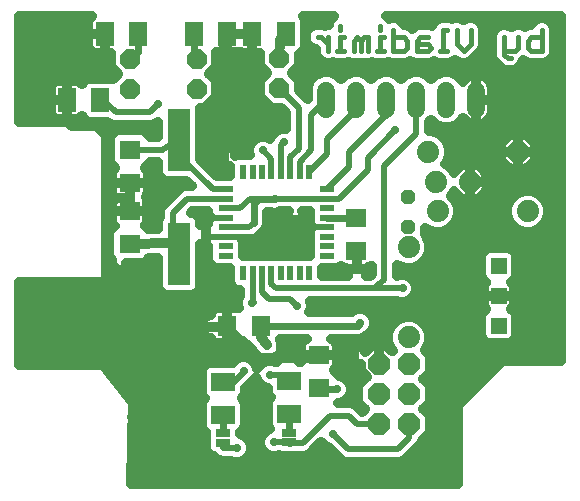
<source format=gbl>
G75*
%MOIN*%
%OFA0B0*%
%FSLAX25Y25*%
%IPPOS*%
%LPD*%
%AMOC8*
5,1,8,0,0,1.08239X$1,22.5*
%
%ADD10C,0.01500*%
%ADD11C,0.07400*%
%ADD12R,0.07087X0.06299*%
%ADD13R,0.06299X0.07087*%
%ADD14OC8,0.07400*%
%ADD15OC8,0.06600*%
%ADD16C,0.06000*%
%ADD17R,0.07600X0.21000*%
%ADD18R,0.06299X0.07874*%
%ADD19OC8,0.04800*%
%ADD20R,0.07874X0.06299*%
%ADD21R,0.05000X0.02500*%
%ADD22R,0.05315X0.05315*%
%ADD23R,0.05000X0.02200*%
%ADD24R,0.02200X0.05000*%
%ADD25C,0.02000*%
%ADD26C,0.02756*%
%ADD27C,0.03200*%
%ADD28C,0.02400*%
D10*
X0109180Y0150643D02*
X0109180Y0155380D01*
X0106812Y0155380D02*
X0109180Y0153011D01*
X0106812Y0155380D02*
X0105627Y0155380D01*
X0113275Y0155380D02*
X0113275Y0150643D01*
X0112091Y0150643D02*
X0114460Y0150643D01*
X0117641Y0150643D02*
X0117641Y0154196D01*
X0118825Y0155380D01*
X0120010Y0154196D01*
X0120010Y0150643D01*
X0122378Y0150643D02*
X0122378Y0155380D01*
X0121194Y0155380D01*
X0120010Y0154196D01*
X0114460Y0155380D02*
X0113275Y0155380D01*
X0113275Y0157749D02*
X0113275Y0158933D01*
X0126473Y0158933D02*
X0126473Y0157749D01*
X0126473Y0155380D02*
X0126473Y0150643D01*
X0127657Y0150643D02*
X0125289Y0150643D01*
X0130839Y0150643D02*
X0134392Y0150643D01*
X0135576Y0151827D01*
X0135576Y0154196D01*
X0134392Y0155380D01*
X0130839Y0155380D01*
X0130839Y0157749D02*
X0130839Y0150643D01*
X0127657Y0155380D02*
X0126473Y0155380D01*
X0138758Y0154196D02*
X0138758Y0150643D01*
X0142311Y0150643D01*
X0143495Y0151827D01*
X0142311Y0153011D01*
X0138758Y0153011D01*
X0138758Y0154196D02*
X0139942Y0155380D01*
X0142311Y0155380D01*
X0147590Y0157749D02*
X0147590Y0150643D01*
X0148774Y0150643D02*
X0146405Y0150643D01*
X0151956Y0153011D02*
X0151956Y0157749D01*
X0148774Y0157749D02*
X0147590Y0157749D01*
X0151956Y0153011D02*
X0154324Y0150643D01*
X0156693Y0153011D01*
X0156693Y0157749D01*
X0167793Y0155380D02*
X0167793Y0149458D01*
X0168977Y0148274D01*
X0170162Y0148274D01*
X0171346Y0150643D02*
X0167793Y0150643D01*
X0171346Y0150643D02*
X0172530Y0151827D01*
X0172530Y0155380D01*
X0175712Y0154196D02*
X0175712Y0151827D01*
X0176896Y0150643D01*
X0180449Y0150643D01*
X0180449Y0157749D01*
X0180449Y0155380D02*
X0176896Y0155380D01*
X0175712Y0154196D01*
D11*
X0172447Y0117077D03*
X0156374Y0107011D03*
X0144974Y0107011D03*
X0145694Y0097270D03*
X0136027Y0085225D03*
X0136027Y0055225D03*
X0175694Y0097270D03*
X0142447Y0117077D03*
D12*
X0118481Y0095067D03*
X0118481Y0084044D03*
X0106102Y0049248D03*
X0106102Y0038225D03*
X0043006Y0086369D03*
X0043006Y0097393D03*
X0043083Y0106833D03*
X0043083Y0117856D03*
D13*
X0075610Y0059160D03*
X0086634Y0059160D03*
D14*
X0126160Y0046391D03*
X0136160Y0046391D03*
X0136160Y0036391D03*
X0126160Y0036391D03*
X0126160Y0026391D03*
X0136160Y0026391D03*
D15*
X0092860Y0138249D03*
X0092860Y0148249D03*
X0065373Y0148201D03*
X0065373Y0138201D03*
X0043164Y0137965D03*
X0043164Y0147965D03*
D16*
X0108530Y0137442D02*
X0108530Y0131442D01*
X0118530Y0131442D02*
X0118530Y0137442D01*
X0128530Y0137442D02*
X0128530Y0131442D01*
X0138530Y0131442D02*
X0138530Y0137442D01*
X0148530Y0137442D02*
X0148530Y0131442D01*
X0158530Y0131442D02*
X0158530Y0137442D01*
D17*
X0059463Y0121114D03*
X0059463Y0083114D03*
D18*
X0033228Y0134331D03*
X0022204Y0134331D03*
X0034777Y0156409D03*
X0045801Y0156409D03*
X0064297Y0156528D03*
X0075320Y0156528D03*
X0083923Y0156493D03*
X0094947Y0156493D03*
D19*
X0135832Y0101902D03*
X0135832Y0091902D03*
D20*
X0096200Y0040805D03*
X0096200Y0029782D03*
X0074194Y0029453D03*
X0074194Y0040477D03*
D21*
X0074127Y0023255D03*
X0074127Y0020012D03*
X0096165Y0020260D03*
X0096165Y0023503D03*
D22*
X0166076Y0059091D03*
X0166076Y0069091D03*
X0166076Y0079091D03*
D23*
X0108753Y0082535D03*
X0108753Y0085685D03*
X0108753Y0088834D03*
X0108753Y0091984D03*
X0108753Y0095134D03*
X0108753Y0098283D03*
X0108753Y0101433D03*
X0108753Y0104582D03*
X0074953Y0104582D03*
X0074953Y0101433D03*
X0074953Y0098283D03*
X0074953Y0095134D03*
X0074953Y0091984D03*
X0074953Y0088834D03*
X0074953Y0085685D03*
X0074953Y0082535D03*
D24*
X0080830Y0076659D03*
X0083979Y0076659D03*
X0087129Y0076659D03*
X0090278Y0076659D03*
X0093428Y0076659D03*
X0096578Y0076659D03*
X0099727Y0076659D03*
X0102877Y0076659D03*
X0102877Y0110459D03*
X0099727Y0110459D03*
X0096578Y0110459D03*
X0093428Y0110459D03*
X0090278Y0110459D03*
X0087129Y0110459D03*
X0083979Y0110459D03*
X0080830Y0110459D03*
D25*
X0074953Y0104582D02*
X0070615Y0104582D01*
X0060535Y0114662D01*
X0059463Y0121114D02*
X0053944Y0117856D01*
X0043083Y0117856D01*
X0038349Y0130246D02*
X0049638Y0130246D01*
X0052379Y0132987D01*
X0038349Y0130246D02*
X0034265Y0134331D01*
X0033228Y0134331D01*
X0035601Y0131958D01*
X0062032Y0101433D02*
X0057404Y0096805D01*
X0057404Y0087355D01*
X0068401Y0089476D02*
X0069043Y0088834D01*
X0074953Y0088834D01*
X0094752Y0088834D01*
X0098337Y0092420D01*
X0098337Y0094215D01*
X0100568Y0091984D01*
X0108753Y0091984D01*
X0108753Y0101433D02*
X0112842Y0101433D01*
X0122306Y0110897D01*
X0122306Y0115154D01*
X0131363Y0124210D01*
X0128530Y0129475D02*
X0116072Y0117018D01*
X0116072Y0111902D01*
X0108753Y0104582D01*
X0108753Y0101433D02*
X0091423Y0101433D01*
X0083051Y0101449D02*
X0079885Y0098283D01*
X0074953Y0098283D01*
X0074953Y0095134D02*
X0070268Y0095134D01*
X0068465Y0093330D01*
X0068465Y0089540D01*
X0068401Y0089476D01*
X0074953Y0091984D02*
X0082832Y0091984D01*
X0084294Y0093445D01*
X0074953Y0101433D02*
X0062032Y0101433D01*
X0087455Y0117551D02*
X0090278Y0114728D01*
X0090278Y0110459D01*
X0093428Y0110459D02*
X0093428Y0119296D01*
X0094393Y0120261D01*
X0099334Y0118054D02*
X0096578Y0115298D01*
X0096578Y0110459D01*
X0099727Y0110459D02*
X0099727Y0113761D01*
X0103546Y0117580D01*
X0103546Y0129459D01*
X0108530Y0134442D01*
X0099334Y0131742D02*
X0092860Y0138249D01*
X0099334Y0131742D02*
X0099334Y0118054D01*
X0102877Y0110459D02*
X0108781Y0116363D01*
X0108781Y0121237D01*
X0118530Y0130986D01*
X0138530Y0134442D02*
X0138530Y0123178D01*
X0127840Y0112488D01*
X0127840Y0074279D01*
X0124457Y0071598D01*
X0133978Y0071598D01*
X0133999Y0071578D01*
X0124457Y0071598D02*
X0091753Y0071598D01*
X0090278Y0073073D01*
X0090278Y0076659D01*
X0087129Y0076659D02*
X0087129Y0070511D01*
X0089522Y0068118D01*
X0096299Y0068118D01*
X0098740Y0065677D01*
X0083979Y0067015D02*
X0083979Y0076659D01*
X0089693Y0042815D02*
X0094165Y0042841D01*
X0096200Y0040805D01*
X0109739Y0029106D02*
X0100696Y0020063D01*
X0096362Y0020063D01*
X0096165Y0020260D02*
X0091047Y0020260D01*
X0078754Y0018368D02*
X0074127Y0018401D01*
X0074127Y0020012D01*
X0109739Y0029106D02*
X0116024Y0029106D01*
X0118815Y0026315D01*
X0126084Y0026315D01*
X0132414Y0017982D02*
X0136160Y0021729D01*
X0136160Y0026391D01*
X0132414Y0017982D02*
X0115720Y0017982D01*
X0110699Y0023003D01*
D26*
X0110699Y0023003D03*
X0112099Y0037884D03*
X0117835Y0049248D03*
X0119836Y0060034D03*
X0133999Y0071578D03*
X0118720Y0078151D03*
X0098740Y0065677D03*
X0083779Y0066814D03*
X0070220Y0058821D03*
X0080971Y0043994D03*
X0089693Y0042815D03*
X0095702Y0048246D03*
X0088656Y0052614D03*
X0063214Y0035312D03*
X0078754Y0018368D03*
X0091035Y0020248D03*
X0151126Y0039881D03*
X0149896Y0077798D03*
X0131288Y0124210D03*
X0098337Y0094215D03*
X0091423Y0101433D03*
X0087455Y0117551D03*
X0094393Y0120261D03*
X0074390Y0115493D03*
X0052379Y0132987D03*
X0022243Y0148323D03*
X0068401Y0089476D03*
X0038784Y0077635D03*
D27*
X0040318Y0038214D02*
X0060790Y0038214D01*
X0060813Y0038237D02*
X0060289Y0037712D01*
X0059877Y0037096D01*
X0059593Y0036410D01*
X0059448Y0035683D01*
X0059448Y0035312D01*
X0059448Y0034941D01*
X0059593Y0034214D01*
X0059877Y0033529D01*
X0060289Y0032912D01*
X0060813Y0032387D01*
X0061430Y0031975D01*
X0062115Y0031691D01*
X0062843Y0031547D01*
X0063214Y0031547D01*
X0063585Y0031547D01*
X0064312Y0031691D01*
X0064997Y0031975D01*
X0065614Y0032387D01*
X0066138Y0032912D01*
X0066550Y0033529D01*
X0066834Y0034214D01*
X0066979Y0034941D01*
X0066979Y0035312D01*
X0063214Y0035312D01*
X0063214Y0035312D01*
X0066979Y0035312D01*
X0066979Y0035683D01*
X0066834Y0036410D01*
X0066550Y0037096D01*
X0066138Y0037712D01*
X0065614Y0038237D01*
X0064997Y0038649D01*
X0064312Y0038933D01*
X0063585Y0039077D01*
X0063214Y0039077D01*
X0063214Y0035312D01*
X0063214Y0031547D01*
X0063214Y0035312D01*
X0063214Y0035312D01*
X0063214Y0035312D01*
X0059448Y0035312D01*
X0063214Y0035312D01*
X0063214Y0035312D01*
X0063214Y0039077D01*
X0062843Y0039077D01*
X0062115Y0038933D01*
X0061430Y0038649D01*
X0060813Y0038237D01*
X0063214Y0038214D02*
X0063214Y0038214D01*
X0065637Y0038214D02*
X0067057Y0038214D01*
X0067057Y0036691D02*
X0067544Y0035515D01*
X0068094Y0034965D01*
X0067544Y0034415D01*
X0067057Y0033239D01*
X0067057Y0025667D01*
X0067544Y0024491D01*
X0068427Y0023608D01*
X0068427Y0018125D01*
X0068915Y0016949D01*
X0069815Y0016049D01*
X0070991Y0015562D01*
X0071027Y0015562D01*
X0071147Y0015442D01*
X0071723Y0014857D01*
X0071737Y0014851D01*
X0071748Y0014840D01*
X0072506Y0014526D01*
X0073262Y0014207D01*
X0073278Y0014207D01*
X0073292Y0014201D01*
X0074112Y0014201D01*
X0076899Y0014181D01*
X0077844Y0013790D01*
X0079665Y0013790D01*
X0081347Y0014487D01*
X0082635Y0015775D01*
X0083332Y0017457D01*
X0083332Y0019278D01*
X0082635Y0020961D01*
X0081347Y0022249D01*
X0079827Y0022878D01*
X0079827Y0023543D01*
X0079944Y0023591D01*
X0080844Y0024491D01*
X0081331Y0025667D01*
X0081331Y0033239D01*
X0080844Y0034415D01*
X0080294Y0034965D01*
X0080844Y0035515D01*
X0081331Y0036691D01*
X0081331Y0038132D01*
X0083135Y0039935D01*
X0083564Y0040113D01*
X0084852Y0041401D01*
X0085115Y0042037D01*
X0085115Y0041904D01*
X0085812Y0040221D01*
X0087100Y0038934D01*
X0088783Y0038237D01*
X0089063Y0038237D01*
X0089063Y0037019D01*
X0089550Y0035843D01*
X0090100Y0035294D01*
X0089550Y0034744D01*
X0089063Y0033568D01*
X0089063Y0025996D01*
X0089550Y0024820D01*
X0089714Y0024656D01*
X0088441Y0024129D01*
X0087154Y0022841D01*
X0086457Y0021159D01*
X0086457Y0019337D01*
X0087154Y0017655D01*
X0088441Y0016367D01*
X0090124Y0015670D01*
X0091945Y0015670D01*
X0092656Y0015964D01*
X0093029Y0015810D01*
X0094876Y0015810D01*
X0095131Y0015663D01*
X0097238Y0015663D01*
X0097593Y0015810D01*
X0099302Y0015810D01*
X0099429Y0015863D01*
X0101532Y0015863D01*
X0103075Y0016502D01*
X0104257Y0017684D01*
X0106901Y0020327D01*
X0108106Y0019122D01*
X0109019Y0018744D01*
X0112160Y0015603D01*
X0113341Y0014422D01*
X0114885Y0013782D01*
X0133249Y0013782D01*
X0134793Y0014422D01*
X0138539Y0018168D01*
X0139721Y0019350D01*
X0140318Y0020791D01*
X0143060Y0023533D01*
X0143060Y0029249D01*
X0140918Y0031391D01*
X0143060Y0033533D01*
X0143060Y0039249D01*
X0140918Y0041391D01*
X0143060Y0043533D01*
X0143060Y0049249D01*
X0141434Y0050875D01*
X0141876Y0051317D01*
X0142927Y0053853D01*
X0142927Y0056598D01*
X0141876Y0059134D01*
X0139935Y0061075D01*
X0137399Y0062125D01*
X0134654Y0062125D01*
X0132118Y0061075D01*
X0130177Y0059134D01*
X0129127Y0056598D01*
X0129127Y0053853D01*
X0130177Y0051317D01*
X0130752Y0050741D01*
X0130586Y0050575D01*
X0128682Y0052479D01*
X0126160Y0052479D01*
X0123639Y0052479D01*
X0121464Y0050304D01*
X0121456Y0050347D01*
X0121172Y0051032D01*
X0120760Y0051648D01*
X0120236Y0052173D01*
X0119619Y0052585D01*
X0118934Y0052869D01*
X0118206Y0053014D01*
X0117835Y0053014D01*
X0117465Y0053014D01*
X0116737Y0052869D01*
X0116052Y0052585D01*
X0115435Y0052173D01*
X0114911Y0051648D01*
X0114499Y0051032D01*
X0114215Y0050347D01*
X0114070Y0049619D01*
X0114070Y0049248D01*
X0114070Y0048877D01*
X0114215Y0048150D01*
X0114499Y0047465D01*
X0114911Y0046848D01*
X0115435Y0046323D01*
X0116052Y0045911D01*
X0116737Y0045628D01*
X0117465Y0045483D01*
X0117835Y0045483D01*
X0117835Y0049248D01*
X0114070Y0049248D01*
X0117835Y0049248D01*
X0117835Y0049248D01*
X0117835Y0049248D01*
X0106102Y0049248D01*
X0106102Y0049248D01*
X0112032Y0049248D01*
X0112032Y0045863D01*
X0111941Y0045402D01*
X0111761Y0044968D01*
X0111499Y0044577D01*
X0111167Y0044244D01*
X0111133Y0044222D01*
X0111458Y0044087D01*
X0112358Y0043187D01*
X0112658Y0042462D01*
X0113010Y0042462D01*
X0114692Y0041765D01*
X0115980Y0040477D01*
X0116677Y0038795D01*
X0116677Y0036973D01*
X0115980Y0035291D01*
X0114692Y0034003D01*
X0113010Y0033306D01*
X0112376Y0033306D01*
X0112376Y0033306D01*
X0116859Y0033306D01*
X0118403Y0032666D01*
X0120540Y0030529D01*
X0121402Y0031391D01*
X0119260Y0033533D01*
X0119260Y0039249D01*
X0121977Y0041966D01*
X0120073Y0043870D01*
X0120073Y0046215D01*
X0119619Y0045911D01*
X0118934Y0045628D01*
X0118206Y0045483D01*
X0117835Y0045483D01*
X0117835Y0049248D01*
X0117835Y0053014D01*
X0117835Y0049248D01*
X0117835Y0049248D01*
X0117835Y0047809D02*
X0117835Y0047809D01*
X0117835Y0051008D02*
X0117835Y0051008D01*
X0121182Y0051008D02*
X0122168Y0051008D01*
X0126160Y0051008D02*
X0126160Y0051008D01*
X0126160Y0052479D02*
X0126160Y0046391D01*
X0126160Y0046391D01*
X0126160Y0052479D01*
X0129127Y0054206D02*
X0111213Y0054206D01*
X0111167Y0054252D02*
X0110776Y0054513D01*
X0110341Y0054693D01*
X0110006Y0054760D01*
X0119837Y0054760D01*
X0121455Y0055430D01*
X0121999Y0055975D01*
X0122429Y0056153D01*
X0123717Y0057440D01*
X0124414Y0059123D01*
X0124414Y0060944D01*
X0123717Y0062627D01*
X0122429Y0063915D01*
X0120746Y0064612D01*
X0118925Y0064612D01*
X0117242Y0063915D01*
X0116888Y0063560D01*
X0102818Y0063560D01*
X0103318Y0064766D01*
X0103318Y0066587D01*
X0102982Y0067398D01*
X0124214Y0067398D01*
X0124804Y0067330D01*
X0125043Y0067398D01*
X0132126Y0067398D01*
X0133089Y0067000D01*
X0134910Y0067000D01*
X0136592Y0067697D01*
X0137880Y0068985D01*
X0138577Y0070667D01*
X0138577Y0072488D01*
X0137880Y0074171D01*
X0136592Y0075459D01*
X0134910Y0076156D01*
X0133089Y0076156D01*
X0132226Y0075798D01*
X0132040Y0075798D01*
X0132040Y0079454D01*
X0132118Y0079376D01*
X0134654Y0078325D01*
X0137399Y0078325D01*
X0139935Y0079376D01*
X0141876Y0081317D01*
X0142927Y0083853D01*
X0142927Y0086598D01*
X0141876Y0089134D01*
X0141430Y0089580D01*
X0141432Y0089582D01*
X0141432Y0091773D01*
X0141785Y0091420D01*
X0144321Y0090370D01*
X0147066Y0090370D01*
X0149602Y0091420D01*
X0151543Y0093361D01*
X0152594Y0095897D01*
X0152594Y0098642D01*
X0151543Y0101178D01*
X0150222Y0102500D01*
X0150824Y0103102D01*
X0151142Y0103871D01*
X0151168Y0103820D01*
X0151731Y0103045D01*
X0152409Y0102367D01*
X0153184Y0101804D01*
X0154038Y0101369D01*
X0154949Y0101073D01*
X0155895Y0100923D01*
X0156374Y0100923D01*
X0156374Y0107010D01*
X0156374Y0107010D01*
X0156374Y0100923D01*
X0156853Y0100923D01*
X0157800Y0101073D01*
X0158711Y0101369D01*
X0159565Y0101804D01*
X0160340Y0102367D01*
X0161018Y0103045D01*
X0161581Y0103820D01*
X0162016Y0104674D01*
X0162312Y0105585D01*
X0162462Y0106531D01*
X0162462Y0107011D01*
X0162462Y0107490D01*
X0162312Y0108436D01*
X0162016Y0109347D01*
X0161581Y0110201D01*
X0161018Y0110976D01*
X0160340Y0111654D01*
X0159565Y0112217D01*
X0158711Y0112652D01*
X0157800Y0112948D01*
X0156853Y0113098D01*
X0156374Y0113098D01*
X0156374Y0107011D01*
X0156374Y0107011D01*
X0156374Y0113098D01*
X0155895Y0113098D01*
X0154949Y0112948D01*
X0154038Y0112652D01*
X0153184Y0112217D01*
X0152409Y0111654D01*
X0151731Y0110976D01*
X0151168Y0110201D01*
X0151142Y0110151D01*
X0150824Y0110919D01*
X0148883Y0112860D01*
X0148250Y0113122D01*
X0148296Y0113168D01*
X0149347Y0115704D01*
X0149347Y0118449D01*
X0148296Y0120985D01*
X0146355Y0122926D01*
X0143819Y0123977D01*
X0142730Y0123977D01*
X0142730Y0126874D01*
X0143530Y0127674D01*
X0145018Y0126186D01*
X0147296Y0125242D01*
X0149763Y0125242D01*
X0152042Y0126186D01*
X0153786Y0127930D01*
X0154017Y0128488D01*
X0154420Y0127933D01*
X0155020Y0127333D01*
X0155706Y0126835D01*
X0156462Y0126450D01*
X0157268Y0126188D01*
X0158106Y0126055D01*
X0158530Y0126055D01*
X0158954Y0126055D01*
X0159791Y0126188D01*
X0160598Y0126450D01*
X0161353Y0126835D01*
X0162039Y0127333D01*
X0162639Y0127933D01*
X0163137Y0128619D01*
X0163522Y0129374D01*
X0163784Y0130181D01*
X0163917Y0131018D01*
X0163917Y0134442D01*
X0158530Y0134442D01*
X0158530Y0126055D01*
X0158530Y0134442D01*
X0158530Y0134442D01*
X0158530Y0134442D01*
X0163917Y0134442D01*
X0163917Y0137866D01*
X0163784Y0138704D01*
X0163522Y0139510D01*
X0163137Y0140266D01*
X0162639Y0140952D01*
X0162039Y0141552D01*
X0161353Y0142050D01*
X0160598Y0142435D01*
X0159791Y0142697D01*
X0158954Y0142830D01*
X0158530Y0142830D01*
X0158530Y0134443D01*
X0158530Y0134443D01*
X0158530Y0142830D01*
X0158106Y0142830D01*
X0157268Y0142697D01*
X0156462Y0142435D01*
X0155706Y0142050D01*
X0155020Y0141552D01*
X0154420Y0140952D01*
X0154017Y0140397D01*
X0153786Y0140954D01*
X0152042Y0142699D01*
X0149763Y0143642D01*
X0147296Y0143642D01*
X0145018Y0142699D01*
X0143530Y0141211D01*
X0142042Y0142699D01*
X0139763Y0143642D01*
X0137296Y0143642D01*
X0135018Y0142699D01*
X0133530Y0141211D01*
X0132042Y0142699D01*
X0129763Y0143642D01*
X0127296Y0143642D01*
X0125018Y0142699D01*
X0123530Y0141211D01*
X0122042Y0142699D01*
X0119763Y0143642D01*
X0117296Y0143642D01*
X0115018Y0142699D01*
X0113530Y0141211D01*
X0112042Y0142699D01*
X0109763Y0143642D01*
X0107296Y0143642D01*
X0105018Y0142699D01*
X0103274Y0140954D01*
X0102330Y0138676D01*
X0102330Y0134686D01*
X0102308Y0134707D01*
X0099360Y0137671D01*
X0099360Y0140941D01*
X0097052Y0143249D01*
X0099360Y0145557D01*
X0099360Y0149616D01*
X0099909Y0149843D01*
X0100809Y0150743D01*
X0101297Y0151920D01*
X0101297Y0161067D01*
X0100809Y0162243D01*
X0100704Y0162348D01*
X0111198Y0162348D01*
X0111038Y0162282D01*
X0109927Y0161171D01*
X0109325Y0159719D01*
X0109325Y0159330D01*
X0108395Y0159330D01*
X0107996Y0159165D01*
X0107597Y0159330D01*
X0104842Y0159330D01*
X0103390Y0158729D01*
X0102279Y0157618D01*
X0101677Y0156166D01*
X0101677Y0154594D01*
X0102279Y0153143D01*
X0103390Y0152031D01*
X0104842Y0151430D01*
X0105176Y0151430D01*
X0105230Y0151375D01*
X0105230Y0149857D01*
X0105832Y0148405D01*
X0106943Y0147294D01*
X0108395Y0146693D01*
X0109966Y0146693D01*
X0110636Y0146970D01*
X0111305Y0146693D01*
X0115245Y0146693D01*
X0116050Y0147026D01*
X0116855Y0146693D01*
X0118427Y0146693D01*
X0118825Y0146858D01*
X0119224Y0146693D01*
X0120795Y0146693D01*
X0121194Y0146858D01*
X0121593Y0146693D01*
X0123164Y0146693D01*
X0123834Y0146970D01*
X0124503Y0146693D01*
X0128443Y0146693D01*
X0129248Y0147026D01*
X0130053Y0146693D01*
X0135178Y0146693D01*
X0136575Y0147271D01*
X0137972Y0146693D01*
X0143096Y0146693D01*
X0144358Y0147215D01*
X0145620Y0146693D01*
X0149560Y0146693D01*
X0151012Y0147294D01*
X0151549Y0147832D01*
X0152087Y0147294D01*
X0153539Y0146693D01*
X0155110Y0146693D01*
X0156562Y0147294D01*
X0157673Y0148405D01*
X0160042Y0150774D01*
X0160643Y0152226D01*
X0160643Y0158534D01*
X0160042Y0159986D01*
X0158930Y0161097D01*
X0157479Y0161699D01*
X0155907Y0161699D01*
X0154455Y0161097D01*
X0154324Y0160966D01*
X0154193Y0161097D01*
X0152741Y0161699D01*
X0151170Y0161699D01*
X0150365Y0161365D01*
X0149560Y0161699D01*
X0146804Y0161699D01*
X0145352Y0161097D01*
X0144241Y0159986D01*
X0143842Y0159021D01*
X0143096Y0159330D01*
X0139156Y0159330D01*
X0137704Y0158729D01*
X0137167Y0158191D01*
X0136629Y0158729D01*
X0135762Y0159088D01*
X0135178Y0159330D01*
X0134459Y0159330D01*
X0134187Y0159986D01*
X0133076Y0161097D01*
X0131625Y0161699D01*
X0130053Y0161699D01*
X0129516Y0161476D01*
X0128711Y0162282D01*
X0128551Y0162348D01*
X0186840Y0162348D01*
X0186896Y0047229D01*
X0167074Y0047229D01*
X0152408Y0032563D01*
X0152408Y0006287D01*
X0043535Y0006287D01*
X0044025Y0033507D01*
X0034239Y0045929D01*
X0006042Y0045986D01*
X0006028Y0073864D01*
X0035250Y0073864D01*
X0035250Y0076329D01*
X0035447Y0075852D01*
X0035859Y0075235D01*
X0036384Y0074710D01*
X0037001Y0074298D01*
X0037686Y0074015D01*
X0038413Y0073870D01*
X0038784Y0073870D01*
X0038784Y0077635D01*
X0038784Y0077635D01*
X0038784Y0073870D01*
X0039155Y0073870D01*
X0039883Y0074015D01*
X0040568Y0074298D01*
X0041184Y0074710D01*
X0041709Y0075235D01*
X0042121Y0075852D01*
X0042405Y0076537D01*
X0042550Y0077264D01*
X0042550Y0077635D01*
X0038784Y0077635D01*
X0035432Y0080988D01*
X0035432Y0098812D01*
X0038452Y0101832D01*
X0042787Y0101832D01*
X0043006Y0102051D01*
X0043006Y0106756D01*
X0043083Y0106833D01*
X0049013Y0106833D01*
X0049013Y0110217D01*
X0048922Y0110679D01*
X0048742Y0111113D01*
X0048480Y0111504D01*
X0048148Y0111837D01*
X0048114Y0111859D01*
X0048439Y0111994D01*
X0049339Y0112894D01*
X0049655Y0113656D01*
X0052463Y0113656D01*
X0052463Y0109978D01*
X0052950Y0108802D01*
X0053850Y0107902D01*
X0055026Y0107414D01*
X0061843Y0107414D01*
X0063624Y0105633D01*
X0062867Y0105633D01*
X0061196Y0105633D01*
X0059652Y0104993D01*
X0055025Y0100365D01*
X0053843Y0099184D01*
X0053204Y0097640D01*
X0053204Y0095680D01*
X0052950Y0095427D01*
X0052463Y0094251D01*
X0052463Y0091301D01*
X0049293Y0091257D01*
X0049262Y0091332D01*
X0048362Y0092232D01*
X0048037Y0092366D01*
X0048071Y0092389D01*
X0048404Y0092721D01*
X0048665Y0093112D01*
X0048845Y0093547D01*
X0048937Y0094008D01*
X0048937Y0097393D01*
X0048937Y0100778D01*
X0048845Y0101239D01*
X0048665Y0101673D01*
X0048404Y0102064D01*
X0048394Y0102074D01*
X0048480Y0102161D01*
X0048742Y0102552D01*
X0048922Y0102987D01*
X0049013Y0103448D01*
X0049013Y0106832D01*
X0043083Y0106832D01*
X0043083Y0106833D01*
X0037721Y0106833D01*
X0035405Y0109149D01*
X0035405Y0122455D01*
X0032124Y0125736D01*
X0023741Y0125736D01*
X0022009Y0127467D01*
X0022009Y0134136D01*
X0022204Y0134331D01*
X0022204Y0134331D01*
X0016667Y0134331D01*
X0016667Y0138503D01*
X0016759Y0138964D01*
X0016939Y0139399D01*
X0017200Y0139790D01*
X0017533Y0140122D01*
X0017924Y0140383D01*
X0018358Y0140563D01*
X0018820Y0140655D01*
X0022204Y0140655D01*
X0022204Y0134331D01*
X0022204Y0134331D01*
X0016667Y0134331D01*
X0016667Y0130159D01*
X0016759Y0129697D01*
X0016939Y0129263D01*
X0017200Y0128872D01*
X0017533Y0128539D01*
X0017924Y0128278D01*
X0018358Y0128098D01*
X0018820Y0128006D01*
X0022204Y0128006D01*
X0022204Y0134331D01*
X0022204Y0140655D01*
X0025589Y0140655D01*
X0026050Y0140563D01*
X0026485Y0140383D01*
X0026876Y0140122D01*
X0027208Y0139790D01*
X0027231Y0139756D01*
X0027366Y0140080D01*
X0028266Y0140981D01*
X0029442Y0141468D01*
X0037014Y0141468D01*
X0037340Y0141333D01*
X0038972Y0142965D01*
X0036664Y0145272D01*
X0036664Y0150085D01*
X0034777Y0150085D01*
X0034777Y0156409D01*
X0034777Y0156409D01*
X0034777Y0150085D01*
X0031392Y0150085D01*
X0030931Y0150177D01*
X0030497Y0150357D01*
X0030106Y0150618D01*
X0029773Y0150951D01*
X0029512Y0151342D01*
X0029332Y0151776D01*
X0029240Y0152237D01*
X0029240Y0156409D01*
X0034777Y0156409D01*
X0034777Y0156410D01*
X0029240Y0156410D01*
X0029240Y0160582D01*
X0029332Y0161043D01*
X0029512Y0161477D01*
X0029773Y0161868D01*
X0030106Y0162201D01*
X0030326Y0162348D01*
X0005985Y0162348D01*
X0006002Y0127103D01*
X0035250Y0127103D01*
X0035250Y0078941D01*
X0035447Y0079419D01*
X0035859Y0080035D01*
X0036384Y0080560D01*
X0037001Y0080972D01*
X0037131Y0081026D01*
X0036750Y0081407D01*
X0036263Y0082583D01*
X0036263Y0090155D01*
X0036750Y0091332D01*
X0037650Y0092232D01*
X0037975Y0092366D01*
X0037941Y0092389D01*
X0037608Y0092721D01*
X0037347Y0093112D01*
X0037167Y0093547D01*
X0037075Y0094008D01*
X0037075Y0097393D01*
X0043006Y0097393D01*
X0043006Y0097393D01*
X0043006Y0102051D01*
X0043083Y0106832D02*
X0037152Y0106832D01*
X0037152Y0103448D01*
X0037244Y0102987D01*
X0037424Y0102552D01*
X0037685Y0102161D01*
X0037695Y0102151D01*
X0037608Y0102064D01*
X0037347Y0101673D01*
X0037167Y0101239D01*
X0037075Y0100778D01*
X0037075Y0097393D01*
X0043006Y0097393D01*
X0048937Y0097393D01*
X0043006Y0097393D01*
X0043006Y0097393D01*
X0037075Y0098985D02*
X0035250Y0098985D01*
X0035250Y0095787D02*
X0037075Y0095787D01*
X0037741Y0092588D02*
X0035250Y0092588D01*
X0035250Y0089390D02*
X0036263Y0089390D01*
X0036263Y0086191D02*
X0035250Y0086191D01*
X0035250Y0082993D02*
X0036263Y0082993D01*
X0035698Y0079794D02*
X0035250Y0079794D01*
X0034994Y0077635D02*
X0034994Y0076152D01*
X0052325Y0058821D01*
X0070220Y0058821D01*
X0075271Y0058821D01*
X0075610Y0059160D01*
X0075610Y0059160D01*
X0075610Y0053229D01*
X0072225Y0053229D01*
X0071764Y0053321D01*
X0071330Y0053501D01*
X0070939Y0053762D01*
X0070606Y0054095D01*
X0070345Y0054486D01*
X0070165Y0054920D01*
X0070138Y0055055D01*
X0069849Y0055055D01*
X0069121Y0055200D01*
X0068436Y0055484D01*
X0067820Y0055896D01*
X0067295Y0056420D01*
X0066883Y0057037D01*
X0066599Y0057722D01*
X0066454Y0058450D01*
X0066454Y0058821D01*
X0070073Y0058821D01*
X0070073Y0058821D01*
X0066454Y0058821D01*
X0066454Y0059192D01*
X0066599Y0059919D01*
X0066883Y0060604D01*
X0067295Y0061221D01*
X0067820Y0061745D01*
X0068436Y0062158D01*
X0069121Y0062441D01*
X0069849Y0062586D01*
X0070073Y0062586D01*
X0070073Y0062939D01*
X0070165Y0063400D01*
X0070345Y0063834D01*
X0070606Y0064225D01*
X0070939Y0064558D01*
X0071330Y0064819D01*
X0071764Y0064999D01*
X0072225Y0065091D01*
X0075610Y0065091D01*
X0075610Y0059160D01*
X0075610Y0053229D01*
X0078995Y0053229D01*
X0079456Y0053321D01*
X0079891Y0053501D01*
X0080282Y0053762D01*
X0080614Y0054095D01*
X0080637Y0054129D01*
X0080771Y0053804D01*
X0081671Y0052904D01*
X0082780Y0052445D01*
X0085390Y0048968D01*
X0087034Y0047996D01*
X0088924Y0047727D01*
X0090774Y0048202D01*
X0092043Y0049155D01*
X0091936Y0048617D01*
X0091936Y0048246D01*
X0091936Y0047876D01*
X0092080Y0047155D01*
X0091627Y0047155D01*
X0091402Y0047062D01*
X0090604Y0047393D01*
X0088783Y0047393D01*
X0087100Y0046696D01*
X0085812Y0045408D01*
X0085549Y0044772D01*
X0085549Y0044905D01*
X0084852Y0046588D01*
X0083564Y0047875D01*
X0081882Y0048572D01*
X0080060Y0048572D01*
X0078378Y0047875D01*
X0077329Y0046826D01*
X0069621Y0046826D01*
X0068445Y0046339D01*
X0067544Y0045439D01*
X0067057Y0044263D01*
X0067057Y0036691D01*
X0066979Y0035015D02*
X0068044Y0035015D01*
X0067057Y0031817D02*
X0064614Y0031817D01*
X0063214Y0031817D02*
X0063214Y0031817D01*
X0061813Y0031817D02*
X0043995Y0031817D01*
X0042837Y0035015D02*
X0059448Y0035015D01*
X0063214Y0035015D02*
X0063214Y0035015D01*
X0067057Y0028618D02*
X0043937Y0028618D01*
X0043880Y0025420D02*
X0067160Y0025420D01*
X0068427Y0022221D02*
X0043822Y0022221D01*
X0043764Y0019023D02*
X0068427Y0019023D01*
X0070357Y0015824D02*
X0043707Y0015824D01*
X0043649Y0012626D02*
X0152408Y0012626D01*
X0152408Y0015824D02*
X0136195Y0015824D01*
X0139394Y0019023D02*
X0152408Y0019023D01*
X0152408Y0022221D02*
X0141748Y0022221D01*
X0143060Y0025420D02*
X0152408Y0025420D01*
X0152408Y0028618D02*
X0143060Y0028618D01*
X0141344Y0031817D02*
X0152408Y0031817D01*
X0154860Y0035015D02*
X0143060Y0035015D01*
X0143060Y0038214D02*
X0147741Y0038214D01*
X0147789Y0038097D02*
X0148201Y0037480D01*
X0148726Y0036956D01*
X0149342Y0036544D01*
X0150028Y0036260D01*
X0150755Y0036115D01*
X0151126Y0036115D01*
X0151497Y0036115D01*
X0152224Y0036260D01*
X0152909Y0036544D01*
X0153526Y0036956D01*
X0154051Y0037480D01*
X0154463Y0038097D01*
X0154746Y0038782D01*
X0154891Y0039510D01*
X0154891Y0039881D01*
X0154891Y0040252D01*
X0154746Y0040979D01*
X0154463Y0041664D01*
X0154051Y0042281D01*
X0153526Y0042805D01*
X0152909Y0043218D01*
X0152224Y0043501D01*
X0151497Y0043646D01*
X0151126Y0043646D01*
X0151126Y0039881D01*
X0151126Y0039881D01*
X0154891Y0039881D01*
X0151126Y0039881D01*
X0151126Y0039881D01*
X0151126Y0043646D01*
X0150755Y0043646D01*
X0150028Y0043501D01*
X0149342Y0043218D01*
X0148726Y0042805D01*
X0148201Y0042281D01*
X0147789Y0041664D01*
X0147505Y0040979D01*
X0147360Y0040252D01*
X0147360Y0039881D01*
X0151126Y0039881D01*
X0151126Y0039881D01*
X0151126Y0036115D01*
X0151126Y0039881D01*
X0151126Y0039881D01*
X0147360Y0039881D01*
X0147360Y0039510D01*
X0147505Y0038782D01*
X0147789Y0038097D01*
X0147685Y0041412D02*
X0140939Y0041412D01*
X0143060Y0044611D02*
X0164456Y0044611D01*
X0161257Y0041412D02*
X0154567Y0041412D01*
X0154511Y0038214D02*
X0158059Y0038214D01*
X0151126Y0038214D02*
X0151126Y0038214D01*
X0151126Y0041412D02*
X0151126Y0041412D01*
X0143060Y0047809D02*
X0186895Y0047809D01*
X0186894Y0051008D02*
X0141567Y0051008D01*
X0142927Y0054206D02*
X0161121Y0054206D01*
X0160705Y0054621D02*
X0161606Y0053721D01*
X0162782Y0053234D01*
X0169370Y0053234D01*
X0170546Y0053721D01*
X0171446Y0054621D01*
X0171933Y0055797D01*
X0171933Y0062385D01*
X0171446Y0063562D01*
X0170546Y0064462D01*
X0170257Y0064581D01*
X0170588Y0064912D01*
X0170849Y0065303D01*
X0171029Y0065738D01*
X0171121Y0066199D01*
X0171121Y0069091D01*
X0166076Y0069091D01*
X0166076Y0069092D01*
X0171121Y0069092D01*
X0171121Y0071984D01*
X0171029Y0072445D01*
X0170849Y0072880D01*
X0170588Y0073271D01*
X0170257Y0073601D01*
X0170546Y0073721D01*
X0171446Y0074621D01*
X0171933Y0075797D01*
X0171933Y0082385D01*
X0171446Y0083562D01*
X0170546Y0084462D01*
X0169370Y0084949D01*
X0162782Y0084949D01*
X0161606Y0084462D01*
X0160705Y0083562D01*
X0160218Y0082385D01*
X0160218Y0075797D01*
X0160705Y0074621D01*
X0161606Y0073721D01*
X0161895Y0073601D01*
X0161564Y0073271D01*
X0161303Y0072880D01*
X0161123Y0072445D01*
X0161031Y0071984D01*
X0161031Y0069092D01*
X0166076Y0069092D01*
X0166076Y0069091D01*
X0161031Y0069091D01*
X0161031Y0066199D01*
X0161123Y0065738D01*
X0161303Y0065303D01*
X0161564Y0064912D01*
X0161895Y0064581D01*
X0161606Y0064462D01*
X0160705Y0063562D01*
X0160218Y0062385D01*
X0160218Y0055797D01*
X0160705Y0054621D01*
X0160218Y0057405D02*
X0142592Y0057405D01*
X0140407Y0060603D02*
X0160218Y0060603D01*
X0160946Y0063802D02*
X0122542Y0063802D01*
X0124414Y0060603D02*
X0131646Y0060603D01*
X0129461Y0057405D02*
X0123681Y0057405D01*
X0130153Y0051008D02*
X0130486Y0051008D01*
X0126160Y0047809D02*
X0126160Y0047809D01*
X0120073Y0044611D02*
X0111522Y0044611D01*
X0112032Y0047809D02*
X0114356Y0047809D01*
X0112032Y0049248D02*
X0112032Y0052633D01*
X0111941Y0053094D01*
X0111761Y0053529D01*
X0111499Y0053920D01*
X0111167Y0054252D01*
X0112032Y0051008D02*
X0114489Y0051008D01*
X0112032Y0049248D02*
X0106102Y0049248D01*
X0105100Y0048246D01*
X0095702Y0048246D01*
X0095702Y0048246D01*
X0099467Y0048246D01*
X0099467Y0047876D01*
X0099324Y0047155D01*
X0100171Y0047155D01*
X0100171Y0049248D01*
X0106102Y0049248D01*
X0106102Y0049248D01*
X0100171Y0049248D01*
X0100171Y0052633D01*
X0100263Y0053094D01*
X0100443Y0053529D01*
X0100704Y0053920D01*
X0101037Y0054252D01*
X0101428Y0054513D01*
X0101862Y0054693D01*
X0102197Y0054760D01*
X0093046Y0054760D01*
X0093067Y0054732D01*
X0093542Y0052883D01*
X0093298Y0051168D01*
X0093301Y0051171D01*
X0093918Y0051583D01*
X0094603Y0051867D01*
X0095331Y0052012D01*
X0095702Y0052012D01*
X0095702Y0048247D01*
X0095702Y0048247D01*
X0095702Y0048246D02*
X0099467Y0048246D01*
X0099467Y0048617D01*
X0099322Y0049345D01*
X0099038Y0050030D01*
X0098626Y0050647D01*
X0098102Y0051171D01*
X0097485Y0051583D01*
X0096800Y0051867D01*
X0096072Y0052012D01*
X0095702Y0052012D01*
X0095702Y0048247D01*
X0095702Y0048246D02*
X0085762Y0048246D01*
X0075610Y0058399D01*
X0075610Y0059160D01*
X0075610Y0059160D01*
X0075610Y0065091D01*
X0078995Y0065091D01*
X0079456Y0064999D01*
X0079601Y0064939D01*
X0079201Y0065904D01*
X0079201Y0067725D01*
X0079779Y0069121D01*
X0079779Y0070959D01*
X0079093Y0070959D01*
X0077917Y0071446D01*
X0077017Y0072346D01*
X0076530Y0073522D01*
X0076530Y0078235D01*
X0071817Y0078235D01*
X0070641Y0078722D01*
X0069740Y0079622D01*
X0069253Y0080799D01*
X0069253Y0085807D01*
X0068772Y0085711D01*
X0068401Y0085711D01*
X0068401Y0089476D01*
X0068401Y0089476D01*
X0068401Y0085711D01*
X0068030Y0085711D01*
X0067303Y0085856D01*
X0066618Y0086140D01*
X0066463Y0086243D01*
X0066463Y0071978D01*
X0065976Y0070802D01*
X0065076Y0069902D01*
X0063900Y0069414D01*
X0055026Y0069414D01*
X0053850Y0069902D01*
X0052950Y0070802D01*
X0052463Y0071978D01*
X0052463Y0081700D01*
X0049366Y0081657D01*
X0049262Y0081407D01*
X0048362Y0080507D01*
X0047186Y0080020D01*
X0041719Y0080020D01*
X0042121Y0079419D01*
X0042405Y0078733D01*
X0042550Y0078006D01*
X0042550Y0077635D01*
X0038784Y0077635D01*
X0034994Y0077635D01*
X0038784Y0077635D02*
X0038784Y0077635D01*
X0038784Y0076596D02*
X0038784Y0076596D01*
X0042417Y0076596D02*
X0052463Y0076596D01*
X0052463Y0079794D02*
X0041870Y0079794D01*
X0043006Y0086369D02*
X0056607Y0086558D01*
X0057404Y0087355D01*
X0052463Y0092588D02*
X0048271Y0092588D01*
X0048937Y0095787D02*
X0053204Y0095787D01*
X0053761Y0098985D02*
X0048937Y0098985D01*
X0048496Y0102184D02*
X0056843Y0102184D01*
X0055025Y0100365D02*
X0055025Y0100365D01*
X0060592Y0105382D02*
X0049013Y0105382D01*
X0049013Y0108581D02*
X0053171Y0108581D01*
X0052463Y0111779D02*
X0048205Y0111779D01*
X0043083Y0106833D02*
X0043083Y0106832D01*
X0043083Y0106833D02*
X0037152Y0106833D01*
X0037152Y0110217D01*
X0037244Y0110679D01*
X0037424Y0111113D01*
X0037685Y0111504D01*
X0038017Y0111837D01*
X0038051Y0111859D01*
X0037727Y0111994D01*
X0036827Y0112894D01*
X0036339Y0114070D01*
X0036339Y0121642D01*
X0036827Y0122818D01*
X0037727Y0123719D01*
X0038903Y0124206D01*
X0047262Y0124206D01*
X0048439Y0123719D01*
X0049339Y0122818D01*
X0049655Y0122056D01*
X0052463Y0122056D01*
X0052463Y0127132D01*
X0052017Y0126686D01*
X0050473Y0126046D01*
X0037514Y0126046D01*
X0035970Y0126686D01*
X0035462Y0127194D01*
X0029442Y0127194D01*
X0028266Y0127681D01*
X0027366Y0128581D01*
X0027231Y0128906D01*
X0027208Y0128872D01*
X0026876Y0128539D01*
X0026485Y0128278D01*
X0026050Y0128098D01*
X0025589Y0128006D01*
X0022204Y0128006D01*
X0022204Y0134331D01*
X0022204Y0134331D01*
X0022204Y0134169D02*
X0022204Y0134169D01*
X0022204Y0137367D02*
X0022204Y0137367D01*
X0022204Y0140566D02*
X0022204Y0140566D01*
X0018371Y0140566D02*
X0005996Y0140566D01*
X0005994Y0143764D02*
X0038172Y0143764D01*
X0036664Y0146963D02*
X0025755Y0146963D01*
X0025864Y0147225D02*
X0026008Y0147952D01*
X0026008Y0148323D01*
X0022243Y0148323D01*
X0022243Y0148323D01*
X0022243Y0144558D01*
X0022614Y0144558D01*
X0023341Y0144702D01*
X0024026Y0144986D01*
X0024643Y0145398D01*
X0025168Y0145923D01*
X0025580Y0146539D01*
X0025864Y0147225D01*
X0026008Y0148323D02*
X0026008Y0148694D01*
X0025864Y0149421D01*
X0025580Y0150107D01*
X0025168Y0150723D01*
X0024643Y0151248D01*
X0024026Y0151660D01*
X0023341Y0151944D01*
X0022614Y0152088D01*
X0022243Y0152088D01*
X0022243Y0148323D01*
X0022243Y0148323D01*
X0026008Y0148323D01*
X0025543Y0150162D02*
X0031008Y0150162D01*
X0029240Y0153360D02*
X0005990Y0153360D01*
X0005991Y0150162D02*
X0018943Y0150162D01*
X0018906Y0150107D02*
X0018622Y0149421D01*
X0018478Y0148694D01*
X0018478Y0148323D01*
X0018478Y0147952D01*
X0018622Y0147225D01*
X0018906Y0146539D01*
X0019318Y0145923D01*
X0019843Y0145398D01*
X0020459Y0144986D01*
X0021145Y0144702D01*
X0021872Y0144558D01*
X0022243Y0144558D01*
X0022243Y0148323D01*
X0022243Y0148323D01*
X0018478Y0148323D01*
X0022243Y0148323D01*
X0022243Y0148323D01*
X0022243Y0152088D01*
X0021872Y0152088D01*
X0021145Y0151944D01*
X0020459Y0151660D01*
X0019843Y0151248D01*
X0019318Y0150723D01*
X0018906Y0150107D01*
X0018731Y0146963D02*
X0005993Y0146963D01*
X0005997Y0137367D02*
X0016667Y0137367D01*
X0016667Y0134169D02*
X0005999Y0134169D01*
X0006001Y0130970D02*
X0016667Y0130970D01*
X0022204Y0130970D02*
X0022204Y0130970D01*
X0028175Y0127772D02*
X0006002Y0127772D01*
X0026038Y0140566D02*
X0027851Y0140566D01*
X0022243Y0146963D02*
X0022243Y0146963D01*
X0022243Y0150162D02*
X0022243Y0150162D01*
X0029240Y0156559D02*
X0005988Y0156559D01*
X0005987Y0159757D02*
X0029240Y0159757D01*
X0034777Y0153360D02*
X0034777Y0153360D01*
X0034777Y0150162D02*
X0034777Y0150162D01*
X0045678Y0156287D02*
X0045801Y0156409D01*
X0064278Y0156509D02*
X0064297Y0156528D01*
X0071873Y0150216D02*
X0071936Y0150203D01*
X0075320Y0150203D01*
X0075320Y0156528D01*
X0074390Y0155597D01*
X0074390Y0115493D01*
X0074390Y0115493D01*
X0074390Y0111728D01*
X0074019Y0111728D01*
X0073292Y0111872D01*
X0072606Y0112156D01*
X0071990Y0112568D01*
X0071465Y0113093D01*
X0071053Y0113710D01*
X0070769Y0114395D01*
X0070625Y0115122D01*
X0070625Y0115493D01*
X0074390Y0115493D01*
X0074390Y0115493D01*
X0074390Y0111728D01*
X0074761Y0111728D01*
X0075488Y0111872D01*
X0076174Y0112156D01*
X0076530Y0112394D01*
X0076530Y0108882D01*
X0072254Y0108882D01*
X0066463Y0114674D01*
X0066463Y0131701D01*
X0068066Y0131701D01*
X0071873Y0135508D01*
X0071873Y0140893D01*
X0069566Y0143201D01*
X0071873Y0145508D01*
X0071873Y0150216D01*
X0071873Y0150162D02*
X0086360Y0150162D01*
X0086360Y0150169D02*
X0086360Y0145557D01*
X0088668Y0143249D01*
X0086360Y0140941D01*
X0086360Y0135557D01*
X0090168Y0131749D01*
X0093402Y0131749D01*
X0095134Y0130009D01*
X0095134Y0124839D01*
X0093482Y0124839D01*
X0091800Y0124142D01*
X0090512Y0122854D01*
X0090134Y0121941D01*
X0089867Y0121675D01*
X0089808Y0121531D01*
X0088366Y0122129D01*
X0086545Y0122129D01*
X0084862Y0121432D01*
X0083574Y0120144D01*
X0082877Y0118461D01*
X0082877Y0116640D01*
X0083077Y0116159D01*
X0079093Y0116159D01*
X0078155Y0115770D01*
X0078155Y0115864D01*
X0078011Y0116591D01*
X0077727Y0117277D01*
X0077315Y0117893D01*
X0076790Y0118418D01*
X0076174Y0118830D01*
X0075488Y0119114D01*
X0074761Y0119258D01*
X0074390Y0119258D01*
X0074019Y0119258D01*
X0073292Y0119114D01*
X0072606Y0118830D01*
X0071990Y0118418D01*
X0071465Y0117893D01*
X0071053Y0117277D01*
X0070769Y0116591D01*
X0070625Y0115864D01*
X0070625Y0115493D01*
X0074390Y0115493D01*
X0074390Y0119258D01*
X0074390Y0115493D01*
X0074390Y0115493D01*
X0074390Y0114978D02*
X0074390Y0114978D01*
X0074390Y0118176D02*
X0074390Y0118176D01*
X0071748Y0118176D02*
X0066463Y0118176D01*
X0066463Y0114978D02*
X0070653Y0114978D01*
X0069357Y0111779D02*
X0073760Y0111779D01*
X0074390Y0111779D02*
X0074390Y0111779D01*
X0075020Y0111779D02*
X0076530Y0111779D01*
X0077032Y0118176D02*
X0082877Y0118176D01*
X0084805Y0121375D02*
X0066463Y0121375D01*
X0066463Y0124573D02*
X0092842Y0124573D01*
X0095134Y0127772D02*
X0066463Y0127772D01*
X0066463Y0130970D02*
X0094177Y0130970D01*
X0087748Y0134169D02*
X0070534Y0134169D01*
X0071873Y0137367D02*
X0086360Y0137367D01*
X0086360Y0140566D02*
X0071873Y0140566D01*
X0070130Y0143764D02*
X0088152Y0143764D01*
X0086360Y0146963D02*
X0071873Y0146963D01*
X0075320Y0150203D02*
X0078705Y0150203D01*
X0079166Y0150295D01*
X0079595Y0150473D01*
X0079643Y0150440D01*
X0080077Y0150260D01*
X0080539Y0150169D01*
X0083923Y0150169D01*
X0083923Y0156493D01*
X0083923Y0156493D01*
X0083889Y0156528D01*
X0075320Y0156528D01*
X0075320Y0156528D01*
X0075320Y0150203D01*
X0075320Y0153360D02*
X0075320Y0153360D01*
X0083923Y0153360D02*
X0083923Y0153360D01*
X0083923Y0156493D02*
X0083923Y0150169D01*
X0086360Y0150169D01*
X0092860Y0148249D02*
X0092989Y0154535D01*
X0094947Y0156493D01*
X0101297Y0156559D02*
X0101840Y0156559D01*
X0101297Y0159757D02*
X0109341Y0159757D01*
X0102189Y0153360D02*
X0101297Y0153360D01*
X0100227Y0150162D02*
X0105230Y0150162D01*
X0107742Y0146963D02*
X0099360Y0146963D01*
X0097568Y0143764D02*
X0186849Y0143764D01*
X0186851Y0140566D02*
X0162920Y0140566D01*
X0163917Y0137367D02*
X0186852Y0137367D01*
X0186854Y0134169D02*
X0163917Y0134169D01*
X0163909Y0130970D02*
X0186855Y0130970D01*
X0186857Y0127772D02*
X0162478Y0127772D01*
X0158530Y0127772D02*
X0158530Y0127772D01*
X0158530Y0130970D02*
X0158530Y0130970D01*
X0158530Y0134169D02*
X0158530Y0134169D01*
X0158530Y0137367D02*
X0158530Y0137367D01*
X0158530Y0140566D02*
X0158530Y0140566D01*
X0154140Y0140566D02*
X0153947Y0140566D01*
X0152886Y0146963D02*
X0150212Y0146963D01*
X0155762Y0146963D02*
X0164702Y0146963D01*
X0164444Y0147221D02*
X0165629Y0146037D01*
X0166740Y0144925D01*
X0168192Y0144324D01*
X0170947Y0144324D01*
X0172399Y0144925D01*
X0173510Y0146037D01*
X0174112Y0147488D01*
X0174112Y0147822D01*
X0174121Y0147832D01*
X0174659Y0147294D01*
X0175272Y0147040D01*
X0176110Y0146693D01*
X0181235Y0146693D01*
X0182687Y0147294D01*
X0183798Y0148405D01*
X0184399Y0149857D01*
X0184399Y0156166D01*
X0184399Y0158534D01*
X0183798Y0159986D01*
X0182687Y0161097D01*
X0181235Y0161699D01*
X0179663Y0161699D01*
X0178212Y0161097D01*
X0177101Y0159986D01*
X0176829Y0159330D01*
X0176110Y0159330D01*
X0174713Y0158751D01*
X0173316Y0159330D01*
X0171745Y0159330D01*
X0170293Y0158729D01*
X0170162Y0158598D01*
X0170031Y0158729D01*
X0168579Y0159330D01*
X0167007Y0159330D01*
X0165556Y0158729D01*
X0164444Y0157618D01*
X0163843Y0156166D01*
X0163843Y0148673D01*
X0164444Y0147221D01*
X0163843Y0150162D02*
X0159429Y0150162D01*
X0160643Y0153360D02*
X0163843Y0153360D01*
X0164006Y0156559D02*
X0160643Y0156559D01*
X0160137Y0159757D02*
X0177006Y0159757D01*
X0183893Y0159757D02*
X0186841Y0159757D01*
X0186843Y0156559D02*
X0184399Y0156559D01*
X0184399Y0153360D02*
X0186844Y0153360D01*
X0186846Y0150162D02*
X0184399Y0150162D01*
X0186847Y0146963D02*
X0181887Y0146963D01*
X0175458Y0146963D02*
X0173894Y0146963D01*
X0154581Y0127772D02*
X0153627Y0127772D01*
X0147907Y0121375D02*
X0168136Y0121375D01*
X0167804Y0121043D02*
X0168481Y0121720D01*
X0169256Y0122283D01*
X0170110Y0122718D01*
X0171021Y0123014D01*
X0171968Y0123164D01*
X0172447Y0123164D01*
X0172926Y0123164D01*
X0173872Y0123014D01*
X0174784Y0122718D01*
X0175637Y0122283D01*
X0176412Y0121720D01*
X0177090Y0121043D01*
X0177653Y0120267D01*
X0178088Y0119414D01*
X0178384Y0118502D01*
X0178534Y0117556D01*
X0178534Y0117077D01*
X0172447Y0117077D01*
X0172447Y0117077D01*
X0172447Y0117077D01*
X0172447Y0123164D01*
X0172447Y0117077D01*
X0178534Y0117077D01*
X0178534Y0116598D01*
X0178384Y0115651D01*
X0178088Y0114740D01*
X0177653Y0113886D01*
X0177090Y0113111D01*
X0176412Y0112434D01*
X0175637Y0111870D01*
X0174784Y0111435D01*
X0173872Y0111139D01*
X0172926Y0110990D01*
X0172447Y0110990D01*
X0172447Y0117077D01*
X0172447Y0117077D01*
X0172447Y0117077D01*
X0166359Y0117077D01*
X0166359Y0117556D01*
X0166509Y0118502D01*
X0166805Y0119414D01*
X0167240Y0120267D01*
X0167804Y0121043D01*
X0166458Y0118176D02*
X0149347Y0118176D01*
X0149046Y0114978D02*
X0166728Y0114978D01*
X0166805Y0114740D02*
X0167240Y0113886D01*
X0167804Y0113111D01*
X0168481Y0112434D01*
X0169256Y0111870D01*
X0170110Y0111435D01*
X0171021Y0111139D01*
X0171968Y0110990D01*
X0172447Y0110990D01*
X0172447Y0117077D01*
X0166359Y0117077D01*
X0166359Y0116598D01*
X0166509Y0115651D01*
X0166805Y0114740D01*
X0169435Y0111779D02*
X0160167Y0111779D01*
X0156374Y0111779D02*
X0156374Y0111779D01*
X0156374Y0108581D02*
X0156374Y0108581D01*
X0156375Y0107011D02*
X0162462Y0107011D01*
X0156375Y0107011D01*
X0156375Y0107011D01*
X0156374Y0107011D02*
X0156374Y0084276D01*
X0149896Y0077798D01*
X0146131Y0077798D01*
X0146131Y0077427D01*
X0146276Y0076700D01*
X0146559Y0076015D01*
X0146971Y0075398D01*
X0147496Y0074873D01*
X0148113Y0074461D01*
X0148798Y0074177D01*
X0149525Y0074033D01*
X0149896Y0074033D01*
X0149896Y0077798D01*
X0149896Y0077798D01*
X0149896Y0077798D01*
X0146131Y0077798D01*
X0146131Y0078169D01*
X0146276Y0078896D01*
X0146559Y0079582D01*
X0146971Y0080198D01*
X0147496Y0080723D01*
X0148113Y0081135D01*
X0148798Y0081419D01*
X0149525Y0081563D01*
X0149896Y0081563D01*
X0149896Y0077798D01*
X0149896Y0077798D01*
X0149896Y0074033D01*
X0150267Y0074033D01*
X0150995Y0074177D01*
X0151680Y0074461D01*
X0152297Y0074873D01*
X0152821Y0075398D01*
X0153233Y0076015D01*
X0153517Y0076700D01*
X0153662Y0077427D01*
X0153662Y0077798D01*
X0149896Y0077798D01*
X0149896Y0081563D01*
X0150267Y0081563D01*
X0150995Y0081419D01*
X0151680Y0081135D01*
X0152297Y0080723D01*
X0152821Y0080198D01*
X0153233Y0079582D01*
X0153517Y0078896D01*
X0153662Y0078169D01*
X0153662Y0077798D01*
X0149896Y0077798D01*
X0149896Y0077798D01*
X0149896Y0076596D02*
X0149896Y0076596D01*
X0149896Y0079794D02*
X0149896Y0079794D01*
X0146701Y0079794D02*
X0140354Y0079794D01*
X0142570Y0082993D02*
X0160470Y0082993D01*
X0160218Y0079794D02*
X0153091Y0079794D01*
X0153474Y0076596D02*
X0160218Y0076596D01*
X0161690Y0073397D02*
X0138201Y0073397D01*
X0138383Y0070199D02*
X0161031Y0070199D01*
X0161031Y0067000D02*
X0134911Y0067000D01*
X0133088Y0067000D02*
X0103147Y0067000D01*
X0102918Y0063802D02*
X0117130Y0063802D01*
X0115763Y0075798D02*
X0107177Y0075798D01*
X0107177Y0078235D01*
X0111890Y0078235D01*
X0113066Y0078722D01*
X0113400Y0079056D01*
X0113416Y0079040D01*
X0113807Y0078778D01*
X0114242Y0078598D01*
X0114703Y0078507D01*
X0114955Y0078507D01*
X0114955Y0078151D01*
X0118720Y0078151D01*
X0118720Y0078150D01*
X0114955Y0078150D01*
X0114955Y0077780D01*
X0115099Y0077052D01*
X0115383Y0076367D01*
X0115763Y0075798D01*
X0115288Y0076596D02*
X0107177Y0076596D01*
X0103053Y0082359D02*
X0080653Y0082359D01*
X0080653Y0083948D01*
X0080653Y0087421D01*
X0080503Y0087784D01*
X0083668Y0087784D01*
X0085211Y0088423D01*
X0086303Y0089515D01*
X0086786Y0089715D01*
X0088024Y0090953D01*
X0088694Y0092570D01*
X0088694Y0097033D01*
X0090083Y0097033D01*
X0090513Y0096855D01*
X0092334Y0096855D01*
X0093247Y0097233D01*
X0096077Y0097233D01*
X0095937Y0097139D01*
X0095412Y0096615D01*
X0095000Y0095998D01*
X0094716Y0095313D01*
X0094572Y0094585D01*
X0094572Y0094215D01*
X0098337Y0094215D01*
X0098337Y0094215D01*
X0102102Y0094215D01*
X0102102Y0094585D01*
X0101958Y0095313D01*
X0101674Y0095998D01*
X0101262Y0096615D01*
X0100737Y0097139D01*
X0100598Y0097233D01*
X0103053Y0097233D01*
X0103053Y0093397D01*
X0103540Y0092221D01*
X0103777Y0091984D01*
X0103540Y0091747D01*
X0103053Y0090571D01*
X0103053Y0082359D01*
X0103053Y0082993D02*
X0080653Y0082993D01*
X0080653Y0086191D02*
X0103053Y0086191D01*
X0103053Y0089390D02*
X0086178Y0089390D01*
X0088694Y0092588D02*
X0094935Y0092588D01*
X0095000Y0092431D02*
X0095412Y0091814D01*
X0095937Y0091290D01*
X0096554Y0090878D01*
X0097239Y0090594D01*
X0097966Y0090449D01*
X0098337Y0090449D01*
X0098337Y0094214D01*
X0098337Y0094214D01*
X0098337Y0090449D01*
X0098708Y0090449D01*
X0099435Y0090594D01*
X0100121Y0090878D01*
X0100737Y0091290D01*
X0101262Y0091814D01*
X0101674Y0092431D01*
X0101958Y0093116D01*
X0102102Y0093844D01*
X0102102Y0094215D01*
X0098337Y0094215D01*
X0098337Y0094215D01*
X0094572Y0094215D01*
X0094572Y0093844D01*
X0094716Y0093116D01*
X0095000Y0092431D01*
X0098337Y0092588D02*
X0098337Y0092588D01*
X0101739Y0092588D02*
X0103388Y0092588D01*
X0103053Y0095787D02*
X0101761Y0095787D01*
X0094913Y0095787D02*
X0088694Y0095787D01*
X0069977Y0095134D02*
X0069740Y0094897D01*
X0069253Y0093720D01*
X0069253Y0093146D01*
X0068772Y0093242D01*
X0068401Y0093242D01*
X0068030Y0093242D01*
X0067303Y0093097D01*
X0066618Y0092813D01*
X0066463Y0092710D01*
X0066463Y0094251D01*
X0065976Y0095427D01*
X0065076Y0096327D01*
X0063900Y0096814D01*
X0063353Y0096814D01*
X0063771Y0097233D01*
X0069253Y0097233D01*
X0069253Y0096547D01*
X0069740Y0095371D01*
X0069977Y0095134D01*
X0069568Y0095787D02*
X0065616Y0095787D01*
X0068401Y0093242D02*
X0068401Y0089477D01*
X0068401Y0089477D01*
X0068401Y0093242D01*
X0068401Y0092588D02*
X0068401Y0092588D01*
X0068401Y0089390D02*
X0068401Y0089390D01*
X0068401Y0086191D02*
X0068401Y0086191D01*
X0066540Y0086191D02*
X0066463Y0086191D01*
X0066463Y0082993D02*
X0069253Y0082993D01*
X0069669Y0079794D02*
X0066463Y0079794D01*
X0066463Y0076596D02*
X0076530Y0076596D01*
X0076581Y0073397D02*
X0066463Y0073397D01*
X0065373Y0070199D02*
X0079779Y0070199D01*
X0079201Y0067000D02*
X0006031Y0067000D01*
X0006030Y0070199D02*
X0053553Y0070199D01*
X0052463Y0073397D02*
X0006028Y0073397D01*
X0006033Y0063802D02*
X0070331Y0063802D01*
X0066883Y0060603D02*
X0006035Y0060603D01*
X0006036Y0057405D02*
X0066731Y0057405D01*
X0070532Y0054206D02*
X0006038Y0054206D01*
X0006039Y0051008D02*
X0083859Y0051008D01*
X0083630Y0047809D02*
X0088349Y0047809D01*
X0089243Y0047809D02*
X0091949Y0047809D01*
X0091936Y0048246D02*
X0095701Y0048246D01*
X0095701Y0048246D01*
X0091936Y0048246D01*
X0095702Y0051008D02*
X0095702Y0051008D01*
X0093202Y0054206D02*
X0100991Y0054206D01*
X0100171Y0051008D02*
X0098265Y0051008D01*
X0099454Y0047809D02*
X0100171Y0047809D01*
X0088656Y0052614D02*
X0086634Y0055307D01*
X0078311Y0047809D02*
X0006041Y0047809D01*
X0035278Y0044611D02*
X0067201Y0044611D01*
X0067057Y0041412D02*
X0037798Y0041412D01*
X0043591Y0009427D02*
X0152408Y0009427D01*
X0120977Y0031817D02*
X0119253Y0031817D01*
X0119260Y0035015D02*
X0115704Y0035015D01*
X0116677Y0038214D02*
X0119260Y0038214D01*
X0121423Y0041412D02*
X0115045Y0041412D01*
X0108346Y0019023D02*
X0105596Y0019023D01*
X0099335Y0015824D02*
X0111939Y0015824D01*
X0112160Y0015603D02*
X0112160Y0015603D01*
X0092995Y0015824D02*
X0092317Y0015824D01*
X0089752Y0015824D02*
X0082656Y0015824D01*
X0083332Y0019023D02*
X0086587Y0019023D01*
X0086897Y0022221D02*
X0081375Y0022221D01*
X0081229Y0025420D02*
X0089302Y0025420D01*
X0089063Y0028618D02*
X0081331Y0028618D01*
X0081331Y0031817D02*
X0089063Y0031817D01*
X0089821Y0035015D02*
X0080345Y0035015D01*
X0081413Y0038214D02*
X0089063Y0038214D01*
X0085319Y0041412D02*
X0084856Y0041412D01*
X0075610Y0054206D02*
X0075610Y0054206D01*
X0075610Y0057405D02*
X0075610Y0057405D01*
X0075610Y0060603D02*
X0075610Y0060603D01*
X0075610Y0063802D02*
X0075610Y0063802D01*
X0118720Y0078151D02*
X0118720Y0083805D01*
X0118481Y0084044D01*
X0118720Y0078151D02*
X0122485Y0078151D01*
X0122485Y0078521D01*
X0122480Y0078550D01*
X0122721Y0078598D01*
X0123156Y0078778D01*
X0123547Y0079040D01*
X0123640Y0079133D01*
X0123640Y0076310D01*
X0122995Y0075798D01*
X0121677Y0075798D01*
X0122057Y0076367D01*
X0122341Y0077052D01*
X0122485Y0077780D01*
X0122485Y0078150D01*
X0118720Y0078150D01*
X0118720Y0078151D01*
X0122152Y0076596D02*
X0123640Y0076596D01*
X0132040Y0076596D02*
X0146319Y0076596D01*
X0142927Y0086191D02*
X0186877Y0086191D01*
X0186875Y0089390D02*
X0141620Y0089390D01*
X0150770Y0092588D02*
X0170617Y0092588D01*
X0169844Y0093361D02*
X0171785Y0091420D01*
X0174321Y0090370D01*
X0177066Y0090370D01*
X0179602Y0091420D01*
X0181543Y0093361D01*
X0182594Y0095897D01*
X0182594Y0098642D01*
X0181543Y0101178D01*
X0179602Y0103119D01*
X0177066Y0104170D01*
X0174321Y0104170D01*
X0171785Y0103119D01*
X0169844Y0101178D01*
X0168794Y0098642D01*
X0168794Y0095897D01*
X0169844Y0093361D01*
X0168839Y0095787D02*
X0152548Y0095787D01*
X0152452Y0098985D02*
X0168936Y0098985D01*
X0170849Y0102184D02*
X0160087Y0102184D01*
X0156374Y0102184D02*
X0156374Y0102184D01*
X0156374Y0105382D02*
X0156374Y0105382D01*
X0152661Y0102184D02*
X0150538Y0102184D01*
X0149964Y0111779D02*
X0152582Y0111779D01*
X0162265Y0108581D02*
X0186866Y0108581D01*
X0186868Y0105382D02*
X0162246Y0105382D01*
X0172447Y0111779D02*
X0172447Y0111779D01*
X0175458Y0111779D02*
X0186864Y0111779D01*
X0186863Y0114978D02*
X0178165Y0114978D01*
X0178436Y0118176D02*
X0186861Y0118176D01*
X0186860Y0121375D02*
X0176758Y0121375D01*
X0172447Y0121375D02*
X0172447Y0121375D01*
X0172447Y0118176D02*
X0172447Y0118176D01*
X0172447Y0114978D02*
X0172447Y0114978D01*
X0180538Y0102184D02*
X0186869Y0102184D01*
X0186871Y0098985D02*
X0182452Y0098985D01*
X0182548Y0095787D02*
X0186872Y0095787D01*
X0186874Y0092588D02*
X0180770Y0092588D01*
X0186878Y0082993D02*
X0171682Y0082993D01*
X0171933Y0079794D02*
X0186880Y0079794D01*
X0186882Y0076596D02*
X0171933Y0076596D01*
X0170461Y0073397D02*
X0186883Y0073397D01*
X0186885Y0070199D02*
X0171121Y0070199D01*
X0171121Y0067000D02*
X0186886Y0067000D01*
X0186888Y0063802D02*
X0171206Y0063802D01*
X0171933Y0060603D02*
X0186889Y0060603D01*
X0186891Y0057405D02*
X0171933Y0057405D01*
X0171031Y0054206D02*
X0186892Y0054206D01*
X0186858Y0124573D02*
X0142730Y0124573D01*
X0143749Y0146963D02*
X0144967Y0146963D01*
X0137319Y0146963D02*
X0135830Y0146963D01*
X0129401Y0146963D02*
X0129096Y0146963D01*
X0123851Y0146963D02*
X0123816Y0146963D01*
X0116203Y0146963D02*
X0115898Y0146963D01*
X0110653Y0146963D02*
X0110619Y0146963D01*
X0103113Y0140566D02*
X0099360Y0140566D01*
X0099662Y0137367D02*
X0102330Y0137367D01*
X0118530Y0134442D02*
X0118530Y0130986D01*
X0134282Y0159757D02*
X0144146Y0159757D01*
X0052463Y0124573D02*
X0035250Y0124573D01*
X0035250Y0121375D02*
X0036339Y0121375D01*
X0036339Y0118176D02*
X0035250Y0118176D01*
X0035250Y0114978D02*
X0036339Y0114978D01*
X0035250Y0111779D02*
X0037960Y0111779D01*
X0037152Y0108581D02*
X0035250Y0108581D01*
X0035250Y0105382D02*
X0037152Y0105382D01*
X0037670Y0102184D02*
X0035250Y0102184D01*
D28*
X0057404Y0087355D02*
X0057404Y0083316D01*
X0059463Y0083114D01*
X0084294Y0093445D02*
X0084294Y0099862D01*
X0085865Y0101433D01*
X0085849Y0101449D01*
X0083051Y0101449D01*
X0085865Y0101433D02*
X0091423Y0101433D01*
X0108753Y0095134D02*
X0108784Y0095103D01*
X0118481Y0095067D01*
X0131288Y0124210D02*
X0131363Y0124210D01*
X0128530Y0129475D02*
X0128530Y0134442D01*
X0065373Y0148201D02*
X0064297Y0149277D01*
X0064297Y0156528D01*
X0045678Y0156287D02*
X0045678Y0150478D01*
X0043164Y0147965D01*
X0034777Y0156409D02*
X0030329Y0156409D01*
X0022243Y0148323D01*
X0022204Y0148284D01*
X0022204Y0134331D01*
X0059463Y0121114D02*
X0060535Y0120042D01*
X0060535Y0114662D01*
X0083979Y0067015D02*
X0083779Y0066814D01*
X0086634Y0059160D02*
X0118962Y0059160D01*
X0119836Y0060034D01*
X0112099Y0037884D02*
X0106442Y0037884D01*
X0106102Y0038225D01*
X0096200Y0029782D02*
X0096165Y0029747D01*
X0096165Y0023503D01*
X0096165Y0020260D02*
X0096167Y0020234D01*
X0096172Y0020209D01*
X0096180Y0020185D01*
X0096191Y0020162D01*
X0096206Y0020140D01*
X0096223Y0020121D01*
X0096242Y0020104D01*
X0096264Y0020089D01*
X0096287Y0020078D01*
X0096311Y0020070D01*
X0096336Y0020065D01*
X0096362Y0020063D01*
X0091047Y0020260D02*
X0091042Y0020259D01*
X0091039Y0020256D01*
X0091036Y0020253D01*
X0091035Y0020248D01*
X0074194Y0023322D02*
X0074127Y0023255D01*
X0074194Y0023322D02*
X0074194Y0029453D01*
X0074194Y0040477D02*
X0077453Y0040477D01*
X0080971Y0043994D01*
X0086634Y0055307D02*
X0086634Y0059160D01*
X0126084Y0026315D02*
X0126160Y0026391D01*
M02*

</source>
